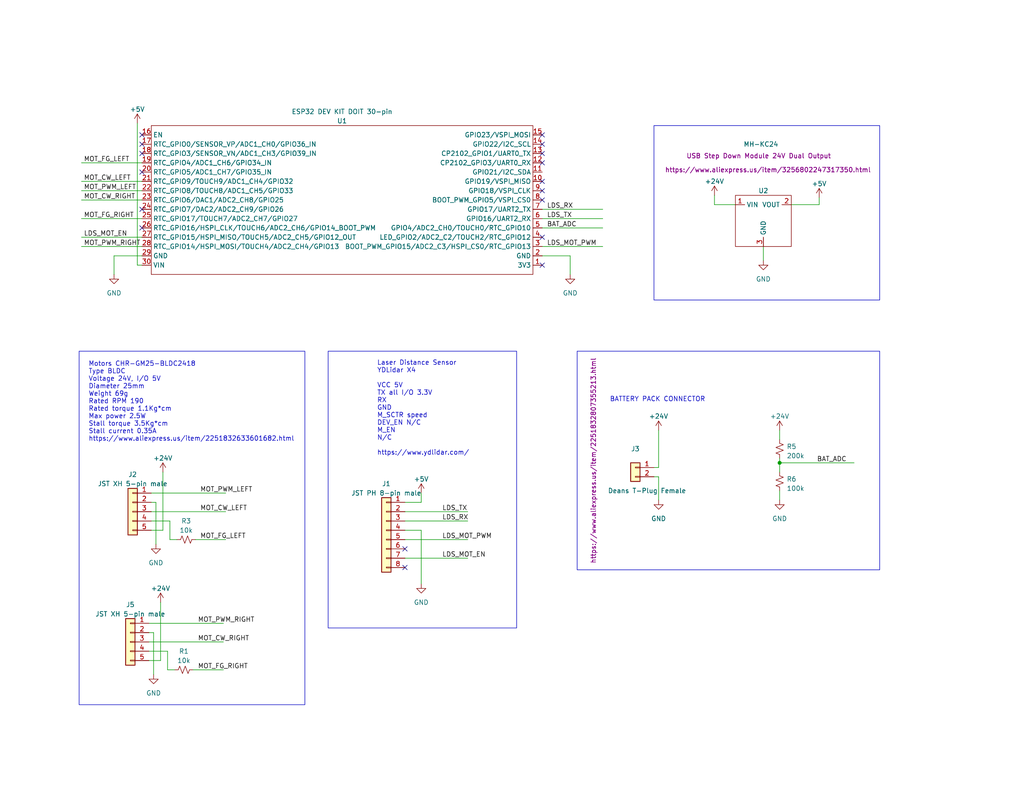
<source format=kicad_sch>
(kicad_sch (version 20230121) (generator eeschema)
  (paper "USLetter")
  (title_block (title "Maker's Pet Snoopy") (company "REMAKE.AI") (comment 1 "http://makerspet.com/"))
  (lib_symbols
    (symbol "Connector_Generic:Conn_01x02" (pin_names (offset 1.016) hide)
      (property "Reference" "J" (at 0 2.54 0))
      (property "Value" "Conn_01x02" (at 0 -5.08 0))
      (symbol "Conn_01x02_1_1"
        (rectangle (start -1.27 -2.413) (end 0 -2.667) (stroke (width 0.1524)))
        (rectangle (start -1.27 0.127) (end 0 -0.127) (stroke (width 0.1524)))
        (rectangle (start -1.27 1.27) (end 1.27 -3.81) (stroke (width 0.254)) (fill (type background)))
        (pin passive line (at -5.08 0 0) (length 3.81) (name "Pin_1") (number "1"))
        (pin passive line (at -5.08 -2.54 0) (length 3.81) (name "Pin_2") (number "2"))
      )
    )
    (symbol "Connector_Generic:Conn_01x05" (pin_names (offset 1.016) hide)
      (property "Reference" "J" (at 0 7.62 0))
      (property "Value" "Conn_01x05" (at 0 -7.62 0))
      (symbol "Conn_01x05_1_1"
        (rectangle (start -1.27 -4.953) (end 0 -5.207) (stroke (width 0.1524)))
        (rectangle (start -1.27 -2.413) (end 0 -2.667) (stroke (width 0.1524)))
        (rectangle (start -1.27 0.127) (end 0 -0.127) (stroke (width 0.1524)))
        (rectangle (start -1.27 2.667) (end 0 2.413) (stroke (width 0.1524)))
        (rectangle (start -1.27 5.207) (end 0 4.953) (stroke (width 0.1524)))
        (rectangle (start -1.27 6.35) (end 1.27 -6.35) (stroke (width 0.254)) (fill (type background)))
        (pin passive line (at -5.08 5.08 0) (length 3.81) (name "Pin_1") (number "1"))
        (pin passive line (at -5.08 2.54 0) (length 3.81) (name "Pin_2") (number "2"))
        (pin passive line (at -5.08 0 0) (length 3.81) (name "Pin_3") (number "3"))
        (pin passive line (at -5.08 -2.54 0) (length 3.81) (name "Pin_4") (number "4"))
        (pin passive line (at -5.08 -5.08 0) (length 3.81) (name "Pin_5") (number "5"))
      )
    )
    (symbol "Connector_Generic:Conn_01x08" (pin_names (offset 1.016) hide)
      (property "Reference" "J" (at 0 10.16 0))
      (property "Value" "Conn_01x08" (at 0 -12.7 0))
      (symbol "Conn_01x08_1_1"
        (rectangle (start -1.27 -10.033) (end 0 -10.287) (stroke (width 0.1524)))
        (rectangle (start -1.27 -7.493) (end 0 -7.747) (stroke (width 0.1524)))
        (rectangle (start -1.27 -4.953) (end 0 -5.207) (stroke (width 0.1524)))
        (rectangle (start -1.27 -2.413) (end 0 -2.667) (stroke (width 0.1524)))
        (rectangle (start -1.27 0.127) (end 0 -0.127) (stroke (width 0.1524)))
        (rectangle (start -1.27 2.667) (end 0 2.413) (stroke (width 0.1524)))
        (rectangle (start -1.27 5.207) (end 0 4.953) (stroke (width 0.1524)))
        (rectangle (start -1.27 7.747) (end 0 7.493) (stroke (width 0.1524)))
        (rectangle (start -1.27 8.89) (end 1.27 -11.43) (stroke (width 0.254)) (fill (type background)))
        (pin passive line (at -5.08 7.62 0) (length 3.81) (name "Pin_1") (number "1"))
        (pin passive line (at -5.08 5.08 0) (length 3.81) (name "Pin_2") (number "2"))
        (pin passive line (at -5.08 2.54 0) (length 3.81) (name "Pin_3") (number "3"))
        (pin passive line (at -5.08 0 0) (length 3.81) (name "Pin_4") (number "4"))
        (pin passive line (at -5.08 -2.54 0) (length 3.81) (name "Pin_5") (number "5"))
        (pin passive line (at -5.08 -5.08 0) (length 3.81) (name "Pin_6") (number "6"))
        (pin passive line (at -5.08 -7.62 0) (length 3.81) (name "Pin_7") (number "7"))
        (pin passive line (at -5.08 -10.16 0) (length 3.81) (name "Pin_8") (number "8"))
      )
    )
    (symbol "Device:R_Small_US" (pin_numbers hide) (pin_names (offset 0.254) hide)
      (property "Reference" "R" (at 0.762 0.508 0))
      (property "Value" "R_Small_US" (at 0.762 -1.016 0))
      (symbol "R_Small_US_1_1"
        (polyline (pts (xy 0 0) (xy 1.016 -0.381) (xy 0 -0.762) (xy -1.016 -1.143) (xy 0 -1.524)))
        (polyline (pts (xy 0 1.524) (xy 1.016 1.143) (xy 0 0.762) (xy -1.016 0.381) (xy 0 0)))
        (pin passive line (at 0 2.54 270) (length 1.016) (name "~") (number "1"))
        (pin passive line (at 0 -2.54 90) (length 1.016) (name "~") (number "2"))
      )
    )
    (symbol "Kaia_v2:ESP32-DOIT-V1"
      (property "Reference" "U" (at 0 21.59 0))
      (symbol "ESP32-DOIT-V1_0_1"
        (rectangle (start -53.34 20.32) (end 50.8 -20.32))
      )
      (symbol "ESP32-DOIT-V1_1_1"
        (pin power_out line (at 53.34 -17.78 180) (length 2.54) (name "3V3") (number "1"))
        (pin bidirectional line (at 53.34 5.08 180) (length 2.54) (name "GPIO19/VSPI_MISO") (number "10"))
        (pin bidirectional line (at 53.34 7.62 180) (length 2.54) (name "GPIO21/I2C_SDA") (number "11"))
        (pin bidirectional line (at 53.34 10.16 180) (length 2.54) (name "CP2102_GPIO3/UART0_RX") (number "12"))
        (pin bidirectional line (at 53.34 12.7 180) (length 2.54) (name "CP2102_GPIO1/UART0_TX") (number "13"))
        (pin bidirectional line (at 53.34 15.24 180) (length 2.54) (name "GPIO22/I2C_SCL") (number "14"))
        (pin bidirectional line (at 53.34 17.78 180) (length 2.54) (name "GPIO23/VSPI_MOSI") (number "15"))
        (pin bidirectional line (at -55.88 17.78 0) (length 2.54) (name "EN") (number "16"))
        (pin bidirectional line (at -55.88 15.24 0) (length 2.54) (name "RTC_GPIO0/SENSOR_VP/ADC1_CH0/GPIO36_IN") (number "17"))
        (pin bidirectional line (at -55.88 12.7 0) (length 2.54) (name "RTC_GPIO3/SENSOR_VN/ADC1_CH3/GPIO39_IN") (number "18"))
        (pin bidirectional line (at -55.88 10.16 0) (length 2.54) (name "RTC_GPIO4/ADC1_CH6/GPIO34_IN") (number "19"))
        (pin passive line (at 53.34 -15.24 180) (length 2.54) (name "GND") (number "2"))
        (pin bidirectional line (at -55.88 7.62 0) (length 2.54) (name "RTC_GPIO5/ADC1_CH7/GPIO35_IN") (number "20"))
        (pin bidirectional line (at -55.88 5.08 0) (length 2.54) (name "RTC_GPIO9/TOUCH9/ADC1_CH4/GPIO32") (number "21"))
        (pin bidirectional line (at -55.88 2.54 0) (length 2.54) (name "RTC_GPIO8/TOUCH8/ADC1_CH5/GPIO33") (number "22"))
        (pin bidirectional line (at -55.88 0 0) (length 2.54) (name "RTC_GPIO6/DAC1/ADC2_CH8/GPIO25") (number "23"))
        (pin bidirectional line (at -55.88 -2.54 0) (length 2.54) (name "RTC_GPIO7/DAC2/ADC2_CH9/GPIO26") (number "24"))
        (pin bidirectional line (at -55.88 -5.08 0) (length 2.54) (name "RTC_GPIO17/TOUCH7/ADC2_CH7/GPIO27") (number "25"))
        (pin bidirectional line (at -55.88 -7.62 0) (length 2.54) (name "RTC_GPIO16/HSPI_CLK/TOUCH6/ADC2_CH6/GPIO14_BOOT_PWM") (number "26"))
        (pin bidirectional line (at -55.88 -10.16 0) (length 2.54) (name "RTC_GPIO15/HSPI_MISO/TOUCH5/ADC2_CH5/GPIO12_OUT") (number "27"))
        (pin bidirectional line (at -55.88 -12.7 0) (length 2.54) (name "RTC_GPIO14/HSPI_MOSI/TOUCH4/ADC2_CH4/GPIO13") (number "28"))
        (pin passive line (at -55.88 -15.24 0) (length 2.54) (name "GND") (number "29"))
        (pin bidirectional line (at 53.34 -12.7 180) (length 2.54) (name "BOOT_PWM_GPIO15/ADC2_C3/HSPI_CS0/RTC_GPIO13") (number "3"))
        (pin power_in line (at -55.88 -17.78 0) (length 2.54) (name "VIN") (number "30"))
        (pin bidirectional line (at 53.34 -10.16 180) (length 2.54) (name "LED_GPIO2/ADC2_C2/TOUCH2/RTC_GPIO12") (number "4"))
        (pin bidirectional line (at 53.34 -7.62 180) (length 2.54) (name "GPIO4/ADC2_CH0/TOUCH0/RTC_GPIO10") (number "5"))
        (pin bidirectional line (at 53.34 -5.08 180) (length 2.54) (name "GPIO16/UART2_RX") (number "6"))
        (pin bidirectional line (at 53.34 -2.54 180) (length 2.54) (name "GPIO17/UART2_TX") (number "7"))
        (pin bidirectional line (at 53.34 0 180) (length 2.54) (name "BOOT_PWM_GPIO5/VSPI_CS0") (number "8"))
        (pin bidirectional line (at 53.34 2.54 180) (length 2.54) (name "GPIO18/VSPI_CLK") (number "9"))
      )
    )
    (symbol "Snoopy:USB-Step-Down-Converter"
      (property "Reference" "U" (at 0 0 0))
      (symbol "USB-Step-Down-Converter_0_1"
        (rectangle (start -7.62 -2.54) (end 7.62 -16.51))
      )
      (symbol "USB-Step-Down-Converter_1_1"
        (pin power_in line (at -7.62 -5.08 0) (length 2.54) (name "VIN") (number "1"))
        (pin power_out line (at 7.62 -5.08 180) (length 2.54) (name "VOUT") (number "2"))
        (pin passive line (at 0 -16.51 90) (length 2.54) (name "GND") (number "3"))
      )
    )
    (symbol "power:+24V" (power) (pin_names (offset 0))
      (property "Value" "+24V" (at 0 3.556 0))
      (symbol "+24V_0_1"
        (polyline (pts (xy -0.762 1.27) (xy 0 2.54)))
        (polyline (pts (xy 0 0) (xy 0 2.54)))
        (polyline (pts (xy 0 2.54) (xy 0.762 1.27)))
      )
      (symbol "+24V_1_1"
        (pin power_in line (at 0 0 90) (length 0) hide (name "+24V") (number "1"))
      )
    )
    (symbol "power:+5V" (power) (pin_names (offset 0))
      (property "Value" "+5V" (at 0 3.556 0))
      (symbol "+5V_0_1"
        (polyline (pts (xy -0.762 1.27) (xy 0 2.54)))
        (polyline (pts (xy 0 0) (xy 0 2.54)))
        (polyline (pts (xy 0 2.54) (xy 0.762 1.27)))
      )
      (symbol "+5V_1_1"
        (pin power_in line (at 0 0 90) (length 0) hide (name "+5V") (number "1"))
      )
    )
    (symbol "power:GND" (power) (pin_names (offset 0))
      (property "Value" "GND" (at 0 -3.81 0))
      (symbol "GND_0_1"
        (polyline (pts (xy 0 0) (xy 0 -1.27) (xy 1.27 -1.27) (xy 0 -2.54) (xy -1.27 -1.27) (xy 0 -1.27)))
      )
      (symbol "GND_1_1"
        (pin power_in line (at 0 0 270) (length 0) hide (name "GND") (number "1"))
      )
    )
  )
  (junction (at 212.725 126.365))
  (no_connect (at 147.955 39.37))
  (no_connect (at 38.735 36.83))
  (no_connect (at 38.735 41.91))
  (no_connect (at 147.955 49.53))
  (no_connect (at 147.955 44.45))
  (no_connect (at 38.735 62.23))
  (no_connect (at 147.955 72.39))
  (no_connect (at 110.49 154.94))
  (no_connect (at 147.955 41.91))
  (no_connect (at 147.955 54.61))
  (no_connect (at 147.955 36.83))
  (no_connect (at 147.955 64.77))
  (no_connect (at 147.955 52.07))
  (no_connect (at 38.735 57.15))
  (no_connect (at 38.735 39.37))
  (no_connect (at 110.49 149.86))
  (no_connect (at 38.735 46.99))
  (wire (pts (xy 212.725 117.475) (xy 212.725 120.015)))
  (wire (pts (xy 41.91 172.72) (xy 41.91 184.15)))
  (wire (pts (xy 155.575 69.85) (xy 155.575 74.93)))
  (wire (pts (xy 41.275 134.62) (xy 61.595 134.62)))
  (wire (pts (xy 212.725 126.365) (xy 212.725 128.905)))
  (wire (pts (xy 52.705 182.88) (xy 60.96 182.88)))
  (wire (pts (xy 46.355 142.24) (xy 41.275 142.24)))
  (wire (pts (xy 41.275 144.78) (xy 44.45 144.78)))
  (wire (pts (xy 212.725 133.985) (xy 212.725 136.525)))
  (wire (pts (xy 22.225 54.61) (xy 38.735 54.61)))
  (wire (pts (xy 147.955 57.15) (xy 164.465 57.15)))
  (wire (pts (xy 110.49 137.16) (xy 114.935 137.16)))
  (wire (pts (xy 22.225 44.45) (xy 38.735 44.45)))
  (wire (pts (xy 178.435 127.635) (xy 179.705 127.635)))
  (wire (pts (xy 147.955 62.23) (xy 164.465 62.23)))
  (wire (pts (xy 40.64 170.18) (xy 60.96 170.18)))
  (wire (pts (xy 114.935 134.62) (xy 114.935 137.16)))
  (wire (pts (xy 53.34 147.32) (xy 61.595 147.32)))
  (wire (pts (xy 46.355 147.32) (xy 46.355 142.24)))
  (wire (pts (xy 212.725 125.095) (xy 212.725 126.365)))
  (wire (pts (xy 178.435 130.175) (xy 179.705 130.175)))
  (wire (pts (xy 22.225 59.69) (xy 38.735 59.69)))
  (wire (pts (xy 147.955 59.69) (xy 164.465 59.69)))
  (wire (pts (xy 43.815 164.465) (xy 43.815 180.34)))
  (wire (pts (xy 38.735 69.85) (xy 31.115 69.85)))
  (wire (pts (xy 37.465 72.39) (xy 38.735 72.39)))
  (wire (pts (xy 22.225 64.77) (xy 38.735 64.77)))
  (wire (pts (xy 45.72 182.88) (xy 47.625 182.88)))
  (wire (pts (xy 208.28 67.31) (xy 208.28 71.12)))
  (wire (pts (xy 194.945 53.34) (xy 194.945 55.88)))
  (wire (pts (xy 45.72 182.88) (xy 45.72 177.8)))
  (wire (pts (xy 215.9 55.88) (xy 223.52 55.88)))
  (wire (pts (xy 42.545 137.16) (xy 42.545 148.59)))
  (wire (pts (xy 110.49 152.4) (xy 127.635 152.4)))
  (wire (pts (xy 45.72 177.8) (xy 40.64 177.8)))
  (wire (pts (xy 147.955 67.31) (xy 164.465 67.31)))
  (wire (pts (xy 110.49 142.24) (xy 127.635 142.24)))
  (wire (pts (xy 22.225 49.53) (xy 38.735 49.53)))
  (wire (pts (xy 212.725 126.365) (xy 233.045 126.365)))
  (wire (pts (xy 223.52 53.975) (xy 223.52 55.88)))
  (wire (pts (xy 41.275 139.7) (xy 61.595 139.7)))
  (wire (pts (xy 40.64 175.26) (xy 60.96 175.26)))
  (wire (pts (xy 37.465 33.655) (xy 37.465 72.39)))
  (wire (pts (xy 44.45 128.905) (xy 44.45 144.78)))
  (wire (pts (xy 110.49 147.32) (xy 127.635 147.32)))
  (wire (pts (xy 194.945 55.88) (xy 200.66 55.88)))
  (wire (pts (xy 110.49 144.78) (xy 114.935 144.78)))
  (wire (pts (xy 179.705 130.175) (xy 179.705 136.525)))
  (wire (pts (xy 114.935 144.78) (xy 114.935 159.385)))
  (wire (pts (xy 147.955 69.85) (xy 155.575 69.85)))
  (wire (pts (xy 22.225 67.31) (xy 38.735 67.31)))
  (wire (pts (xy 46.355 147.32) (xy 48.26 147.32)))
  (wire (pts (xy 22.225 52.07) (xy 38.735 52.07)))
  (wire (pts (xy 110.49 139.7) (xy 127.635 139.7)))
  (wire (pts (xy 40.64 180.34) (xy 43.815 180.34)))
  (wire (pts (xy 41.275 137.16) (xy 42.545 137.16)))
  (wire (pts (xy 40.64 172.72) (xy 41.91 172.72)))
  (wire (pts (xy 179.705 127.635) (xy 179.705 117.475)))
  (wire (pts (xy 31.115 69.85) (xy 31.115 74.93)))
  (rectangle (start 178.435 34.29) (end 240.03 81.915))
  (rectangle (start 21.59 95.885) (end 83.185 192.405))
  (rectangle (start 89.535 95.885) (end 140.97 171.45))
  (rectangle (start 157.48 95.885) (end 240.03 155.575))
  (text "BATTERY PACK CONNECTOR" (at 166.37 109.855 0) (effects (font (size 1.27 1.27)) (justify left bottom)))
  (text "Motors CHR-GM25-BLDC2418\nType BLDC\nVoltage 24V, I/O 5V\nDiameter 25mm\nWeight 69g\nRated RPM 190\nRated torque 1.1Kg*cm\nMax power 2.5W\nStall torque 3.5Kg*cm\nStall current 0.35A\nhttps://www.aliexpress.us/item/2251832633601682.html" (at 24.13 120.65 0) (effects (font (size 1.27 1.27)) (justify left bottom)))
  (text "Laser Distance Sensor\nYDLidar X4\n\nVCC 5V\nTX all I/O 3.3V\nRX\nGND\nM_SCTR speed\nDEV_EN N/C\nM_EN\nN/C\n\nhttps://www.ydlidar.com/" (at 102.87 124.46 0) (effects (font (size 1.27 1.27)) (justify left bottom)))
  (label "BAT_ADC" (at 149.225 62.23 0))
  (label "MOT_FG_RIGHT" (at 53.975 182.88 0))
  (label "MOT_FG_LEFT" (at 54.61 147.32 0))
  (label "MOT_PWM_RIGHT" (at 53.975 170.18 0))
  (label "MOT_PWM_LEFT" (at 54.61 134.62 0))
  (label "MOT_FG_LEFT" (at 22.86 44.45 0))
  (label "LDS_TX" (at 120.65 139.7 0))
  (label "MOT_PWM_RIGHT" (at 22.86 67.31 0))
  (label "MOT_CW_LEFT" (at 22.86 49.53 0))
  (label "MOT_CW_RIGHT" (at 53.975 175.26 0))
  (label "MOT_CW_RIGHT" (at 22.86 54.61 0))
  (label "LDS_MOT_PWM" (at 120.65 147.32 0))
  (label "LDS_MOT_PWM" (at 149.225 67.31 0))
  (label "LDS_RX" (at 120.65 142.24 0))
  (label "LDS_TX" (at 149.225 59.69 0))
  (label "BAT_ADC" (at 222.885 126.365 0))
  (label "MOT_CW_LEFT" (at 54.61 139.7 0))
  (label "LDS_RX" (at 149.225 57.15 0))
  (label "LDS_MOT_EN" (at 120.65 152.4 0))
  (label "LDS_MOT_EN" (at 22.86 64.77 0))
  (label "MOT_PWM_LEFT" (at 22.86 52.07 0))
  (label "MOT_FG_RIGHT" (at 22.86 59.69 0))
  (symbol (lib_id "power:GND") (at 179.705 136.525 0) (unit 1)
    (property "Reference" "#PWR015" (effects hide))
    (property "Value" "GND" (at 179.705 141.605 0))
  )
  (symbol (lib_id "power:GND") (at 155.575 74.93 0) (unit 1)
    (property "Reference" "#PWR01" (effects hide))
    (property "Value" "GND" (at 155.575 80.01 0))
  )
  (symbol (lib_id "power:GND") (at 208.28 71.12 0) (unit 1)
    (property "Reference" "#PWR017" (effects hide))
    (property "Value" "GND" (at 208.28 76.2 0))
  )
  (symbol (lib_id "power:+24V") (at 43.815 164.465 0) (unit 1)
    (property "Reference" "#PWR08" (effects hide))
    (property "Value" "+24V" (at 43.815 160.655 0))
  )
  (symbol (lib_id "Connector_Generic:Conn_01x02") (at 173.355 127.635 0) (mirror y) (unit 1)
    (property "Reference" "J3" (at 173.355 122.555 0))
    (property "Value" "Deans T-Plug Female" (at 176.53 133.985 0))
    (property "Link" "https://www.aliexpress.us/item/2251832807355213.html" (at 161.925 125.73 90))
  )
  (symbol (lib_id "power:+5V") (at 37.465 33.655 0) (unit 1)
    (property "Reference" "#PWR09" (effects hide))
    (property "Value" "+5V" (at 37.465 29.845 0))
  )
  (symbol (lib_id "Connector_Generic:Conn_01x05") (at 36.195 139.7 0) (mirror y) (unit 1)
    (property "Reference" "J2" (at 36.195 129.54 0))
    (property "Value" "JST XH 5-pin male" (at 36.195 132.08 0))
  )
  (symbol (lib_id "Device:R_Small_US") (at 50.165 182.88 270) (unit 1)
    (property "Reference" "R1" (at 50.165 177.807 90))
    (property "Value" "10k" (at 50.165 180.347 90))
  )
  (symbol (lib_id "power:GND") (at 212.725 136.525 0) (unit 1)
    (property "Reference" "#PWR013" (effects hide))
    (property "Value" "GND" (at 212.725 141.605 0))
  )
  (symbol (lib_id "power:GND") (at 42.545 148.59 0) (unit 1)
    (property "Reference" "#PWR05" (effects hide))
    (property "Value" "GND" (at 42.545 153.67 0))
  )
  (symbol (lib_id "Connector_Generic:Conn_01x08") (at 105.41 144.78 0) (mirror y) (unit 1)
    (property "Reference" "J1" (at 105.41 132.08 0))
    (property "Value" "JST PH 8-pin male" (at 105.41 134.62 0))
  )
  (symbol (lib_id "Kaia_v2:ESP32-DOIT-V1") (at 94.615 54.61 0) (unit 1)
    (property "Reference" "U1" (at 93.345 33.02 0))
    (property "Value" "ESP32 DEV KIT DOIT 30-pin" (at 93.345 30.48 0))
  )
  (symbol (lib_id "Device:R_Small_US") (at 212.725 131.445 180) (unit 1)
    (property "Reference" "R6" (at 214.63 130.81 0) (effects (justify right)))
    (property "Value" "100k" (at 214.63 133.35 0) (effects (justify right)))
  )
  (symbol (lib_id "power:+5V") (at 114.935 134.62 0) (unit 1)
    (property "Reference" "#PWR03" (effects hide))
    (property "Value" "+5V" (at 114.935 130.81 0))
  )
  (symbol (lib_id "Snoopy:USB-Step-Down-Converter") (at 208.28 50.8 0) (unit 1)
    (property "Reference" "U2" (at 208.28 52.07 0))
    (property "Value" "MH-KC24" (at 207.645 39.37 0))
    (property "Link" "https://www.aliexpress.us/item/3256802247317350.html" (at 209.55 46.355 0))
    (property "Type" "USB Step Down Module 24V Dual Output" (at 207.01 42.545 0))
  )
  (symbol (lib_id "power:GND") (at 114.935 159.385 0) (unit 1)
    (property "Reference" "#PWR02" (effects hide))
    (property "Value" "GND" (at 114.935 164.465 0))
  )
  (symbol (lib_id "power:GND") (at 41.91 184.15 0) (unit 1)
    (property "Reference" "#PWR07" (effects hide))
    (property "Value" "GND" (at 41.91 189.23 0))
  )
  (symbol (lib_id "Device:R_Small_US") (at 212.725 122.555 180) (unit 1)
    (property "Reference" "R5" (at 214.63 121.92 0) (effects (justify right)))
    (property "Value" "200k" (at 214.63 124.46 0) (effects (justify right)))
  )
  (symbol (lib_id "power:+24V") (at 212.725 117.475 0) (unit 1)
    (property "Reference" "#PWR012" (effects hide))
    (property "Value" "+24V" (at 212.725 113.665 0))
  )
  (symbol (lib_id "Connector_Generic:Conn_01x05") (at 35.56 175.26 0) (mirror y) (unit 1)
    (property "Reference" "J5" (at 35.56 165.1 0))
    (property "Value" "JST XH 5-pin male" (at 35.56 167.64 0))
  )
  (symbol (lib_id "power:+24V") (at 179.705 117.475 0) (unit 1)
    (property "Reference" "#PWR014" (effects hide))
    (property "Value" "+24V" (at 179.705 113.665 0))
  )
  (symbol (lib_id "power:+24V") (at 44.45 128.905 0) (unit 1)
    (property "Reference" "#PWR06" (effects hide))
    (property "Value" "+24V" (at 44.45 125.095 0))
  )
  (symbol (lib_id "power:+24V") (at 194.945 53.34 0) (unit 1)
    (property "Reference" "#PWR016" (effects hide))
    (property "Value" "+24V" (at 194.945 49.53 0))
  )
  (symbol (lib_id "Device:R_Small_US") (at 50.8 147.32 270) (unit 1)
    (property "Reference" "R3" (at 50.8 142.247 90))
    (property "Value" "10k" (at 50.8 144.787 90))
  )
  (symbol (lib_id "power:+5V") (at 223.52 53.975 0) (unit 1)
    (property "Reference" "#PWR010" (effects hide))
    (property "Value" "+5V" (at 223.52 50.165 0))
  )
  (symbol (lib_id "power:GND") (at 31.115 74.93 0) (unit 1)
    (property "Reference" "#PWR04" (effects hide))
    (property "Value" "GND" (at 31.115 80.01 0))
  )
)
</source>
